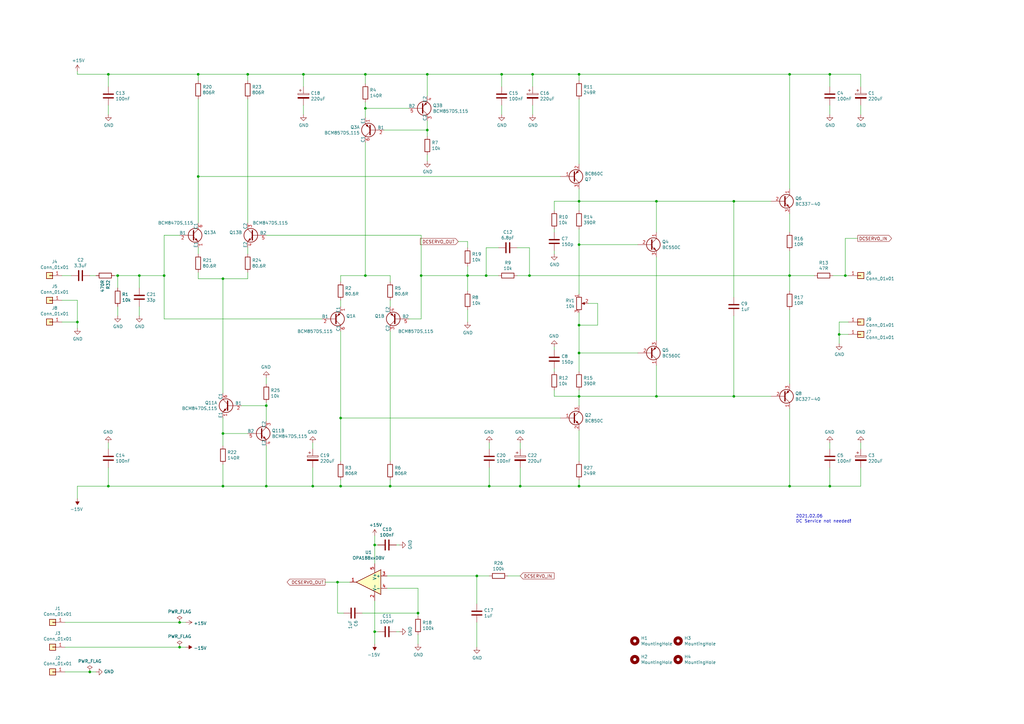
<source format=kicad_sch>
(kicad_sch (version 20211123) (generator eeschema)
  (paper "A3")
  (title_block (title "Discrete Pre-Amp Elektor") (date "2022-10-20") (rev "V2c DC Servo"))
  (lib_symbols
    (symbol "Amplifier_Operational:OPA188xxDBV" (pin_names (offset 0.127))
      (property "Reference" "U" (at 0 5.08 0))
      (property "Value" "OPA188xxDBV" (at 0 -5.08 0))
      (symbol "OPA188xxDBV_0_1"
        (pin power_in line (at -2.54 -7.62 90) (length 3.81) (name "V-") (number "2"))
        (pin power_in line (at -2.54 7.62 270) (length 3.81) (name "V+") (number "5"))
      )
      (symbol "OPA188xxDBV_1_1"
        (pin output line (at 7.62 0 180) (length 2.54) (name "~") (number "1"))
        (pin input line (at -7.62 2.54 0) (length 2.54) (name "+") (number "3"))
        (pin input line (at -7.62 -2.54 0) (length 2.54) (name "-") (number "4"))
      )
    )
    (symbol "Connector_Generic:Conn_01x01" (pin_names (offset 1.016) hide)
      (property "Reference" "J" (at 0 2.54 0))
      (property "Value" "Conn_01x01" (at 0 -2.54 0))
      (symbol "Conn_01x01_1_1"
        (pin passive line (at -5.08 0 0) (length 3.81) (name "Pin_1") (number "1"))
      )
    )
    (symbol "Device:C" (pin_numbers hide) (pin_names (offset 0.254))
      (property "Reference" "C" (at 0.635 2.54 0))
      (property "Value" "C" (at 0.635 -2.54 0))
      (symbol "C_1_1"
        (pin passive line (at 0 3.81 270) (length 2.794) (name "~") (number "1"))
        (pin passive line (at 0 -3.81 90) (length 2.794) (name "~") (number "2"))
      )
    )
    (symbol "Device:C_Polarized" (pin_numbers hide) (pin_names (offset 0.254))
      (property "Reference" "C" (at 0.635 2.54 0))
      (property "Value" "C_Polarized" (at 0.635 -2.54 0))
      (symbol "C_Polarized_1_1"
        (pin passive line (at 0 3.81 270) (length 2.794) (name "~") (number "1"))
        (pin passive line (at 0 -3.81 90) (length 2.794) (name "~") (number "2"))
      )
    )
    (symbol "Device:R" (pin_numbers hide) (pin_names (offset 0))
      (property "Reference" "R" (at 2.032 0 90))
      (property "Value" "R" (at 0 0 90))
      (symbol "R_1_1"
        (pin passive line (at 0 3.81 270) (length 1.27) (name "~") (number "1"))
        (pin passive line (at 0 -3.81 90) (length 1.27) (name "~") (number "2"))
      )
    )
    (symbol "Mechanical:MountingHole" (pin_names (offset 1.016))
      (property "Reference" "H" (at 0 5.08 0))
      (property "Value" "MountingHole" (at 0 3.175 0))
    )
    (symbol "Transistor_BJT:BC327" (pin_names (offset 0) hide)
      (property "Reference" "Q" (at 5.08 1.905 0))
      (property "Value" "BC327" (at 5.08 0 0))
      (symbol "BC327_1_1"
        (pin passive line (at 2.54 5.08 270) (length 2.54) (name "C") (number "1"))
        (pin input line (at -5.08 0 0) (length 5.715) (name "B") (number "2"))
        (pin passive line (at 2.54 -5.08 90) (length 2.54) (name "E") (number "3"))
      )
    )
    (symbol "Transistor_BJT:BC337" (pin_names (offset 0) hide)
      (property "Reference" "Q" (at 5.08 1.905 0))
      (property "Value" "BC337" (at 5.08 0 0))
      (symbol "BC337_1_1"
        (pin passive line (at 2.54 5.08 270) (length 2.54) (name "C") (number "1"))
        (pin input line (at -5.08 0 0) (length 5.08) (name "B") (number "2"))
        (pin passive line (at 2.54 -5.08 90) (length 2.54) (name "E") (number "3"))
      )
    )
    (symbol "Transistor_BJT:BC550" (pin_names (offset 0) hide)
      (property "Reference" "Q" (at 5.08 1.905 0))
      (property "Value" "BC550" (at 5.08 0 0))
      (symbol "BC550_1_1"
        (pin passive line (at 2.54 5.08 270) (length 2.54) (name "C") (number "1"))
        (pin input line (at -5.08 0 0) (length 5.08) (name "B") (number "2"))
        (pin passive line (at 2.54 -5.08 90) (length 2.54) (name "E") (number "3"))
      )
    )
    (symbol "Transistor_BJT:BC560" (pin_names (offset 0) hide)
      (property "Reference" "Q" (at 5.08 1.905 0))
      (property "Value" "BC560" (at 5.08 0 0))
      (symbol "BC560_1_1"
        (pin passive line (at 2.54 5.08 270) (length 2.54) (name "C") (number "1"))
        (pin input line (at -5.08 0 0) (length 5.715) (name "B") (number "2"))
        (pin passive line (at 2.54 -5.08 90) (length 2.54) (name "E") (number "3"))
      )
    )
    (symbol "Transistor_BJT:BC850" (pin_names (offset 0) hide)
      (property "Reference" "Q" (at 5.08 1.905 0))
      (property "Value" "BC850" (at 5.08 0 0))
      (symbol "BC850_1_1"
        (pin input line (at -5.08 0 0) (length 5.715) (name "B") (number "1"))
        (pin passive line (at 2.54 -5.08 90) (length 2.54) (name "E") (number "2"))
        (pin passive line (at 2.54 5.08 270) (length 2.54) (name "C") (number "3"))
      )
    )
    (symbol "Transistor_BJT:BC860" (pin_names (offset 0) hide)
      (property "Reference" "Q" (at 5.08 1.905 0))
      (property "Value" "BC860" (at 5.08 0 0))
      (symbol "BC860_1_1"
        (pin input line (at -5.08 0 0) (length 5.715) (name "B") (number "1"))
        (pin passive line (at 2.54 -5.08 90) (length 2.54) (name "E") (number "2"))
        (pin passive line (at 2.54 5.08 270) (length 2.54) (name "C") (number "3"))
      )
    )
    (symbol "kicad-snk:BCM847DS,115" (pin_names (offset 0))
      (property "Reference" "Q" (at 5.08 1.27 0))
      (property "Value" "BCM847DS,115" (at 5.08 -1.27 0))
      (symbol "BCM847DS,115_1_1"
        (pin passive line (at 2.54 -5.08 90) (length 2.54) (name "E1") (number "1"))
        (pin input line (at -5.08 0 0) (length 2.54) (name "B1") (number "2"))
        (pin passive line (at 2.54 5.08 270) (length 2.54) (name "C1") (number "6"))
      )
      (symbol "BCM847DS,115_2_1"
        (pin passive line (at 2.54 5.08 270) (length 2.54) (name "C2") (number "3"))
        (pin passive line (at 2.54 -5.08 90) (length 2.54) (name "E2") (number "4"))
        (pin input line (at -5.08 0 0) (length 2.54) (name "B2") (number "5"))
      )
    )
    (symbol "kicad-snk:BCM857DS,115" (pin_names (offset 0))
      (property "Reference" "Q" (at 5.08 1.27 0))
      (property "Value" "BCM857DS,115" (at 5.08 -1.27 0))
      (symbol "BCM857DS,115_1_1"
        (pin passive line (at 2.54 -5.08 90) (length 2.54) (name "E1") (number "1"))
        (pin input line (at -5.08 0 0) (length 2.54) (name "B1") (number "2"))
        (pin passive line (at 2.54 5.08 270) (length 2.54) (name "C1") (number "6"))
      )
      (symbol "BCM857DS,115_2_1"
        (pin passive line (at 2.54 5.08 270) (length 2.54) (name "C2") (number "3"))
        (pin passive line (at 2.54 -5.08 90) (length 2.54) (name "E2") (number "4"))
        (pin input line (at -5.08 0 0) (length 2.54) (name "B2") (number "5"))
      )
    )
    (symbol "power:+15V" (power) (pin_names (offset 0))
      (property "Value" "+15V" (at 0 3.556 0))
      (symbol "+15V_1_1"
        (pin power_in line (at 0 0 90) (length 0) hide (name "+15V") (number "1"))
      )
    )
    (symbol "power:-15V" (power) (pin_names (offset 0))
      (property "Value" "-15V" (at 0 3.81 0))
      (symbol "-15V_0_0"
        (pin power_in line (at 0 0 90) (length 0) hide (name "-15V") (number "1"))
      )
    )
    (symbol "power:GND" (power) (pin_names (offset 0))
      (property "Value" "GND" (at 0 -3.81 0))
      (symbol "GND_1_1"
        (pin power_in line (at 0 0 270) (length 0) hide (name "GND") (number "1"))
      )
    )
    (symbol "power:PWR_FLAG" (power) (pin_numbers hide) (pin_names (offset 0) hide)
      (property "Value" "PWR_FLAG" (at 0 3.81 0))
      (symbol "PWR_FLAG_0_0"
        (pin power_out line (at 0 0 90) (length 0) (name "pwr") (number "1"))
      )
    )
    (symbol "pre-amp-discret-rescue:R_POT-Device" (pin_names (offset 1.016) hide)
      (property "Reference" "RV" (at -4.445 0 90))
      (property "Value" "R_POT-Device" (at -2.54 0 90))
      (symbol "R_POT-Device_1_1"
        (pin passive line (at 0 3.81 270) (length 1.27) (name "1") (number "1"))
        (pin passive line (at 3.81 0 180) (length 1.27) (name "2") (number "2"))
        (pin passive line (at 0 -3.81 90) (length 1.27) (name "3") (number "3"))
      )
    )
  )
  (junction (at 149.86 113.03))
  (junction (at 139.7 199.39))
  (junction (at 237.49 162.56))
  (junction (at 237.49 100.33))
  (junction (at 237.49 30.48))
  (junction (at 149.86 30.48))
  (junction (at 67.31 113.03))
  (junction (at 160.02 199.39))
  (junction (at 237.49 82.55))
  (junction (at 300.99 82.55))
  (junction (at 175.26 30.48))
  (junction (at 237.49 133.35))
  (junction (at 124.46 30.48))
  (junction (at 340.36 199.39))
  (junction (at 195.58 236.22))
  (junction (at 171.45 251.46))
  (junction (at 139.7 171.45))
  (junction (at 346.71 113.03))
  (junction (at 91.44 114.3))
  (junction (at 138.43 238.76))
  (junction (at 172.72 113.03))
  (junction (at 36.83 275.59))
  (junction (at 153.67 223.52))
  (junction (at 237.49 144.78))
  (junction (at 205.74 30.48))
  (junction (at 323.85 113.03))
  (junction (at 44.45 30.48))
  (junction (at 81.28 30.48))
  (junction (at 175.26 53.34))
  (junction (at 44.45 199.39))
  (junction (at 73.66 255.27))
  (junction (at 109.22 166.37))
  (junction (at 57.15 113.03))
  (junction (at 269.24 162.56))
  (junction (at 323.85 30.48))
  (junction (at 109.22 199.39))
  (junction (at 31.75 132.08))
  (junction (at 218.44 30.48))
  (junction (at 213.36 199.39))
  (junction (at 73.66 265.43))
  (junction (at 91.44 199.39))
  (junction (at 81.28 72.39))
  (junction (at 191.77 113.03))
  (junction (at 200.66 199.39))
  (junction (at 48.26 113.03))
  (junction (at 269.24 82.55))
  (junction (at 340.36 30.48))
  (junction (at 237.49 199.39))
  (junction (at 149.86 44.45))
  (junction (at 91.44 177.8))
  (junction (at 199.39 113.03))
  (junction (at 128.27 199.39))
  (junction (at 101.6 30.48))
  (junction (at 344.17 137.16))
  (junction (at 300.99 162.56))
  (junction (at 217.17 113.03))
  (junction (at 323.85 199.39))
  (junction (at 153.67 259.08))
  (wire (pts (xy 26.67 265.43) (xy 73.66 265.43)))
  (wire (pts (xy 73.66 255.27) (xy 76.2 255.27)))
  (wire (pts (xy 347.98 132.08) (xy 344.17 132.08)))
  (wire (pts (xy 91.44 114.3) (xy 81.28 114.3)))
  (wire (pts (xy 237.49 100.33) (xy 237.49 93.98)))
  (wire (pts (xy 200.66 184.15) (xy 200.66 181.61)))
  (wire (pts (xy 163.83 223.52) (xy 162.56 223.52)))
  (wire (pts (xy 227.33 95.25) (xy 227.33 93.98)))
  (wire (pts (xy 227.33 162.56) (xy 227.33 160.02)))
  (wire (pts (xy 158.75 236.22) (xy 195.58 236.22)))
  (wire (pts (xy 109.22 182.88) (xy 109.22 199.39)))
  (wire (pts (xy 323.85 119.38) (xy 323.85 113.03)))
  (wire (pts (xy 212.09 101.6) (xy 217.17 101.6)))
  (wire (pts (xy 353.06 43.18) (xy 353.06 46.99)))
  (wire (pts (xy 353.06 30.48) (xy 340.36 30.48)))
  (wire (pts (xy 237.49 199.39) (xy 237.49 196.85)))
  (wire (pts (xy 67.31 96.52) (xy 67.31 113.03)))
  (wire (pts (xy 227.33 143.51) (xy 227.33 142.24)))
  (wire (pts (xy 227.33 152.4) (xy 227.33 151.13)))
  (wire (pts (xy 205.74 30.48) (xy 218.44 30.48)))
  (wire (pts (xy 261.62 100.33) (xy 237.49 100.33)))
  (wire (pts (xy 237.49 176.53) (xy 237.49 189.23)))
  (wire (pts (xy 149.86 113.03) (xy 160.02 113.03)))
  (wire (pts (xy 205.74 30.48) (xy 205.74 35.56)))
  (wire (pts (xy 213.36 191.77) (xy 213.36 199.39)))
  (wire (pts (xy 172.72 96.52) (xy 172.72 113.03)))
  (wire (pts (xy 138.43 251.46) (xy 138.43 238.76)))
  (wire (pts (xy 153.67 219.71) (xy 153.67 223.52)))
  (wire (pts (xy 237.49 162.56) (xy 237.49 160.02)))
  (wire (pts (xy 153.67 246.38) (xy 153.67 259.08)))
  (wire (pts (xy 269.24 82.55) (xy 237.49 82.55)))
  (wire (pts (xy 344.17 132.08) (xy 344.17 137.16)))
  (wire (pts (xy 347.98 137.16) (xy 344.17 137.16)))
  (wire (pts (xy 31.75 199.39) (xy 44.45 199.39)))
  (wire (pts (xy 227.33 82.55) (xy 237.49 82.55)))
  (wire (pts (xy 340.36 35.56) (xy 340.36 30.48)))
  (wire (pts (xy 237.49 86.36) (xy 237.49 82.55)))
  (wire (pts (xy 237.49 33.02) (xy 237.49 30.48)))
  (wire (pts (xy 25.4 132.08) (xy 31.75 132.08)))
  (wire (pts (xy 160.02 125.73) (xy 160.02 123.19)))
  (wire (pts (xy 148.59 251.46) (xy 171.45 251.46)))
  (wire (pts (xy 26.67 255.27) (xy 73.66 255.27)))
  (wire (pts (xy 160.02 135.89) (xy 160.02 189.23)))
  (wire (pts (xy 109.22 96.52) (xy 172.72 96.52)))
  (wire (pts (xy 199.39 113.03) (xy 191.77 113.03)))
  (wire (pts (xy 175.26 66.04) (xy 175.26 63.5)))
  (wire (pts (xy 101.6 40.64) (xy 101.6 91.44)))
  (wire (pts (xy 44.45 35.56) (xy 44.45 30.48)))
  (wire (pts (xy 57.15 113.03) (xy 67.31 113.03)))
  (wire (pts (xy 149.86 34.29) (xy 149.86 30.48)))
  (wire (pts (xy 160.02 199.39) (xy 200.66 199.39)))
  (wire (pts (xy 205.74 46.99) (xy 205.74 43.18)))
  (wire (pts (xy 44.45 184.15) (xy 44.45 181.61)))
  (wire (pts (xy 175.26 30.48) (xy 205.74 30.48)))
  (wire (pts (xy 157.48 53.34) (xy 175.26 53.34)))
  (wire (pts (xy 109.22 165.1) (xy 109.22 166.37)))
  (wire (pts (xy 139.7 135.89) (xy 139.7 171.45)))
  (wire (pts (xy 128.27 184.15) (xy 128.27 181.61)))
  (wire (pts (xy 153.67 259.08) (xy 153.67 264.16)))
  (wire (pts (xy 57.15 129.54) (xy 57.15 125.73)))
  (wire (pts (xy 101.6 30.48) (xy 101.6 33.02)))
  (wire (pts (xy 48.26 118.11) (xy 48.26 113.03)))
  (wire (pts (xy 323.85 87.63) (xy 323.85 95.25)))
  (wire (pts (xy 109.22 166.37) (xy 109.22 172.72)))
  (wire (pts (xy 48.26 113.03) (xy 57.15 113.03)))
  (wire (pts (xy 31.75 30.48) (xy 31.75 29.21)))
  (wire (pts (xy 149.86 48.26) (xy 149.86 44.45)))
  (wire (pts (xy 26.67 275.59) (xy 36.83 275.59)))
  (wire (pts (xy 340.36 199.39) (xy 340.36 191.77)))
  (wire (pts (xy 200.66 191.77) (xy 200.66 199.39)))
  (wire (pts (xy 67.31 113.03) (xy 67.31 130.81)))
  (wire (pts (xy 323.85 167.64) (xy 323.85 199.39)))
  (wire (pts (xy 245.11 133.35) (xy 237.49 133.35)))
  (wire (pts (xy 213.36 199.39) (xy 237.49 199.39)))
  (wire (pts (xy 300.99 162.56) (xy 269.24 162.56)))
  (wire (pts (xy 109.22 157.48) (xy 109.22 154.94)))
  (wire (pts (xy 139.7 125.73) (xy 139.7 123.19)))
  (wire (pts (xy 73.66 265.43) (xy 76.2 265.43)))
  (wire (pts (xy 44.45 199.39) (xy 44.45 191.77)))
  (wire (pts (xy 346.71 113.03) (xy 347.98 113.03)))
  (wire (pts (xy 139.7 113.03) (xy 149.86 113.03)))
  (wire (pts (xy 237.49 199.39) (xy 323.85 199.39)))
  (wire (pts (xy 323.85 199.39) (xy 340.36 199.39)))
  (wire (pts (xy 300.99 129.54) (xy 300.99 162.56)))
  (wire (pts (xy 31.75 132.08) (xy 31.75 134.62)))
  (wire (pts (xy 172.72 113.03) (xy 191.77 113.03)))
  (wire (pts (xy 340.36 184.15) (xy 340.36 181.61)))
  (wire (pts (xy 44.45 46.99) (xy 44.45 43.18)))
  (wire (pts (xy 213.36 184.15) (xy 213.36 181.61)))
  (wire (pts (xy 323.85 157.48) (xy 323.85 127)))
  (wire (pts (xy 153.67 223.52) (xy 153.67 231.14)))
  (wire (pts (xy 175.26 53.34) (xy 175.26 49.53)))
  (wire (pts (xy 323.85 30.48) (xy 340.36 30.48)))
  (wire (pts (xy 237.49 133.35) (xy 237.49 144.78)))
  (wire (pts (xy 175.26 39.37) (xy 175.26 30.48)))
  (wire (pts (xy 237.49 30.48) (xy 323.85 30.48)))
  (wire (pts (xy 128.27 199.39) (xy 128.27 191.77)))
  (wire (pts (xy 101.6 114.3) (xy 91.44 114.3)))
  (wire (pts (xy 217.17 113.03) (xy 323.85 113.03)))
  (wire (pts (xy 167.64 130.81) (xy 172.72 130.81)))
  (wire (pts (xy 237.49 162.56) (xy 227.33 162.56)))
  (wire (pts (xy 31.75 204.47) (xy 31.75 199.39)))
  (wire (pts (xy 139.7 171.45) (xy 139.7 189.23)))
  (wire (pts (xy 81.28 114.3) (xy 81.28 111.76)))
  (wire (pts (xy 101.6 177.8) (xy 91.44 177.8)))
  (wire (pts (xy 36.83 113.03) (xy 39.37 113.03)))
  (wire (pts (xy 154.94 259.08) (xy 153.67 259.08)))
  (wire (pts (xy 81.28 104.14) (xy 81.28 101.6)))
  (wire (pts (xy 31.75 30.48) (xy 44.45 30.48)))
  (wire (pts (xy 31.75 123.19) (xy 31.75 132.08)))
  (wire (pts (xy 160.02 115.57) (xy 160.02 113.03)))
  (wire (pts (xy 101.6 104.14) (xy 101.6 101.6)))
  (wire (pts (xy 172.72 113.03) (xy 172.72 130.81)))
  (wire (pts (xy 140.97 251.46) (xy 138.43 251.46)))
  (wire (pts (xy 191.77 101.6) (xy 191.77 99.06)))
  (wire (pts (xy 81.28 40.64) (xy 81.28 72.39)))
  (wire (pts (xy 212.09 113.03) (xy 217.17 113.03)))
  (wire (pts (xy 99.06 166.37) (xy 109.22 166.37)))
  (wire (pts (xy 300.99 121.92) (xy 300.99 82.55)))
  (wire (pts (xy 229.87 171.45) (xy 139.7 171.45)))
  (wire (pts (xy 91.44 177.8) (xy 91.44 171.45)))
  (wire (pts (xy 323.85 113.03) (xy 334.01 113.03)))
  (wire (pts (xy 269.24 149.86) (xy 269.24 162.56)))
  (wire (pts (xy 44.45 199.39) (xy 91.44 199.39)))
  (wire (pts (xy 353.06 184.15) (xy 353.06 181.61)))
  (wire (pts (xy 323.85 30.48) (xy 323.85 77.47)))
  (wire (pts (xy 346.71 97.79) (xy 346.71 113.03)))
  (wire (pts (xy 109.22 199.39) (xy 128.27 199.39)))
  (wire (pts (xy 139.7 115.57) (xy 139.7 113.03)))
  (wire (pts (xy 245.11 124.46) (xy 245.11 133.35)))
  (wire (pts (xy 199.39 101.6) (xy 199.39 113.03)))
  (wire (pts (xy 36.83 275.59) (xy 39.37 275.59)))
  (wire (pts (xy 128.27 199.39) (xy 139.7 199.39)))
  (wire (pts (xy 353.06 199.39) (xy 353.06 191.77)))
  (wire (pts (xy 25.4 113.03) (xy 29.21 113.03)))
  (wire (pts (xy 149.86 30.48) (xy 175.26 30.48)))
  (wire (pts (xy 171.45 260.35) (xy 171.45 264.16)))
  (wire (pts (xy 149.86 58.42) (xy 149.86 113.03)))
  (wire (pts (xy 241.3 124.46) (xy 245.11 124.46)))
  (wire (pts (xy 124.46 35.56) (xy 124.46 30.48)))
  (wire (pts (xy 195.58 236.22) (xy 200.66 236.22)))
  (wire (pts (xy 139.7 199.39) (xy 160.02 199.39)))
  (wire (pts (xy 171.45 241.3) (xy 158.75 241.3)))
  (wire (pts (xy 353.06 199.39) (xy 340.36 199.39)))
  (wire (pts (xy 57.15 118.11) (xy 57.15 113.03)))
  (wire (pts (xy 25.4 123.19) (xy 31.75 123.19)))
  (wire (pts (xy 208.28 236.22) (xy 213.36 236.22)))
  (wire (pts (xy 217.17 101.6) (xy 217.17 113.03)))
  (wire (pts (xy 48.26 129.54) (xy 48.26 125.73)))
  (wire (pts (xy 133.35 238.76) (xy 138.43 238.76)))
  (wire (pts (xy 139.7 199.39) (xy 139.7 196.85)))
  (wire (pts (xy 81.28 30.48) (xy 101.6 30.48)))
  (wire (pts (xy 167.64 44.45) (xy 149.86 44.45)))
  (wire (pts (xy 149.86 44.45) (xy 149.86 41.91)))
  (wire (pts (xy 218.44 30.48) (xy 237.49 30.48)))
  (wire (pts (xy 191.77 127) (xy 191.77 132.08)))
  (wire (pts (xy 81.28 30.48) (xy 81.28 33.02)))
  (wire (pts (xy 227.33 86.36) (xy 227.33 82.55)))
  (wire (pts (xy 175.26 55.88) (xy 175.26 53.34)))
  (wire (pts (xy 191.77 113.03) (xy 191.77 119.38)))
  (wire (pts (xy 124.46 43.18) (xy 124.46 46.99)))
  (wire (pts (xy 67.31 96.52) (xy 73.66 96.52)))
  (wire (pts (xy 46.99 113.03) (xy 48.26 113.03)))
  (wire (pts (xy 163.83 259.08) (xy 162.56 259.08)))
  (wire (pts (xy 218.44 43.18) (xy 218.44 46.99)))
  (wire (pts (xy 204.47 101.6) (xy 199.39 101.6)))
  (wire (pts (xy 171.45 252.73) (xy 171.45 251.46)))
  (wire (pts (xy 269.24 162.56) (xy 237.49 162.56)))
  (wire (pts (xy 237.49 144.78) (xy 237.49 152.4)))
  (wire (pts (xy 195.58 247.65) (xy 195.58 236.22)))
  (wire (pts (xy 344.17 140.97) (xy 344.17 137.16)))
  (wire (pts (xy 199.39 113.03) (xy 204.47 113.03)))
  (wire (pts (xy 237.49 120.65) (xy 237.49 100.33)))
  (wire (pts (xy 353.06 35.56) (xy 353.06 30.48)))
  (wire (pts (xy 269.24 105.41) (xy 269.24 139.7)))
  (wire (pts (xy 341.63 113.03) (xy 346.71 113.03)))
  (wire (pts (xy 237.49 82.55) (xy 237.49 77.47)))
  (wire (pts (xy 200.66 199.39) (xy 213.36 199.39)))
  (wire (pts (xy 171.45 251.46) (xy 171.45 241.3)))
  (wire (pts (xy 138.43 238.76) (xy 143.51 238.76)))
  (wire (pts (xy 124.46 30.48) (xy 101.6 30.48)))
  (wire (pts (xy 191.77 99.06) (xy 187.96 99.06)))
  (wire (pts (xy 195.58 265.43) (xy 195.58 255.27)))
  (wire (pts (xy 323.85 113.03) (xy 323.85 102.87)))
  (wire (pts (xy 160.02 199.39) (xy 160.02 196.85)))
  (wire (pts (xy 81.28 72.39) (xy 81.28 91.44)))
  (wire (pts (xy 101.6 114.3) (xy 101.6 111.76)))
  (wire (pts (xy 227.33 104.14) (xy 227.33 102.87)))
  (wire (pts (xy 351.79 97.79) (xy 346.71 97.79)))
  (wire (pts (xy 67.31 130.81) (xy 132.08 130.81)))
  (wire (pts (xy 269.24 95.25) (xy 269.24 82.55)))
  (wire (pts (xy 91.44 199.39) (xy 109.22 199.39)))
  (wire (pts (xy 300.99 82.55) (xy 269.24 82.55)))
  (wire (pts (xy 154.94 223.52) (xy 153.67 223.52)))
  (wire (pts (xy 237.49 40.64) (xy 237.49 67.31)))
  (wire (pts (xy 44.45 30.48) (xy 81.28 30.48)))
  (wire (pts (xy 91.44 161.29) (xy 91.44 114.3)))
  (wire (pts (xy 237.49 166.37) (xy 237.49 162.56)))
  (wire (pts (xy 316.23 162.56) (xy 300.99 162.56)))
  (wire (pts (xy 229.87 72.39) (xy 81.28 72.39)))
  (wire (pts (xy 91.44 190.5) (xy 91.44 199.39)))
  (wire (pts (xy 191.77 109.22) (xy 191.77 113.03)))
  (wire (pts (xy 237.49 128.27) (xy 237.49 133.35)))
  (wire (pts (xy 261.62 144.78) (xy 237.49 144.78)))
  (wire (pts (xy 340.36 46.99) (xy 340.36 43.18)))
  (wire (pts (xy 91.44 182.88) (xy 91.44 177.8)))
  (wire (pts (xy 124.46 30.48) (xy 149.86 30.48)))
  (wire (pts (xy 218.44 30.48) (xy 218.44 35.56)))
  (wire (pts (xy 316.23 82.55) (xy 300.99 82.55)))
  (text "2021.02.06\nDC Service not needed!" (at 326.39 214.63 0) (effects (font (size 1.27 1.27)) (justify left bottom)))
  (global_label "DCSERVO_OUT" (shape output) (at 133.35 238.76 180) (property "Intersheet References" "${INTERSHEET_REFS}" (effects hide)))
  (global_label "DCSERVO_OUT" (shape input) (at 187.96 99.06 180) (property "Intersheet References" "${INTERSHEET_REFS}" (effects hide)))
  (global_label "DCSERVO_IN" (shape output) (at 351.79 97.79 0) (property "Intersheet References" "${INTERSHEET_REFS}" (effects hide)))
  (global_label "DCSERVO_IN" (shape input) (at 213.36 236.22 0) (property "Intersheet References" "${INTERSHEET_REFS}" (effects hide)))
  (symbol (lib_id "Device:R") (at 160.02 193.04 0) (unit 1)
    (property "Reference" "R6" (at 161.798 191.8716 0) (effects (justify left)))
    (property "Value" "806R" (at 161.798 194.183 0) (effects (justify left)))
    (property "Footprint" "Resistor_SMD:R_0805_2012Metric_Pad1.20x1.40mm_HandSolder" (effects hide))
  )
  (symbol (lib_id "Device:C") (at 33.02 113.03 270) (unit 1)
    (property "Reference" "C2" (at 33.02 106.6292 90))
    (property "Value" "3.3uF" (at 33.02 108.9406 90))
    (property "Footprint" "Capacitor_THT:C_Rect_L7.2mm_W7.2mm_P5.00mm_FKS2_FKP2_MKS2_MKP2" (effects hide))
  )
  (symbol (lib_id "power:GND") (at 48.26 129.54 0) (unit 1)
    (property "Reference" "#PWR09" (effects hide))
    (property "Value" "GND" (at 48.387 133.9342 0))
  )
  (symbol (lib_id "Device:R") (at 139.7 193.04 0) (unit 1)
    (property "Reference" "R3" (at 141.478 191.8716 0) (effects (justify left)))
    (property "Value" "806R" (at 141.478 194.183 0) (effects (justify left)))
    (property "Footprint" "Resistor_SMD:R_0805_2012Metric_Pad1.20x1.40mm_HandSolder" (effects hide))
  )
  (symbol (lib_id "Device:R") (at 48.26 121.92 0) (unit 1)
    (property "Reference" "R1" (at 50.038 120.7516 0) (effects (justify left)))
    (property "Value" "10k" (at 50.038 123.063 0) (effects (justify left)))
    (property "Footprint" "Resistor_SMD:R_0805_2012Metric_Pad1.20x1.40mm_HandSolder" (effects hide))
  )
  (symbol (lib_id "Device:R") (at 191.77 123.19 0) (unit 1)
    (property "Reference" "R8" (at 193.548 122.0216 0) (effects (justify left)))
    (property "Value" "10k" (at 193.548 124.333 0) (effects (justify left)))
    (property "Footprint" "Resistor_SMD:R_0805_2012Metric_Pad1.20x1.40mm_HandSolder" (effects hide))
  )
  (symbol (lib_id "Device:R") (at 208.28 113.03 270) (unit 1)
    (property "Reference" "R9" (at 208.28 107.7722 90))
    (property "Value" "10k" (at 208.28 110.0836 90))
    (property "Footprint" "Resistor_SMD:R_0805_2012Metric_Pad1.20x1.40mm_HandSolder" (effects hide))
  )
  (symbol (lib_id "Device:R") (at 139.7 119.38 0) (unit 1)
    (property "Reference" "R2" (at 141.478 118.2116 0) (effects (justify left)))
    (property "Value" "80.6R" (at 141.478 120.523 0) (effects (justify left)))
    (property "Footprint" "Resistor_SMD:R_0805_2012Metric_Pad1.20x1.40mm_HandSolder" (effects hide))
  )
  (symbol (lib_id "Device:R") (at 160.02 119.38 0) (unit 1)
    (property "Reference" "R5" (at 161.798 118.2116 0) (effects (justify left)))
    (property "Value" "80.6R" (at 161.798 120.523 0) (effects (justify left)))
    (property "Footprint" "Resistor_SMD:R_0805_2012Metric_Pad1.20x1.40mm_HandSolder" (effects hide))
  )
  (symbol (lib_id "Device:R") (at 149.86 38.1 0) (unit 1)
    (property "Reference" "R4" (at 151.638 36.9316 0) (effects (justify left)))
    (property "Value" "140R" (at 151.638 39.243 0) (effects (justify left)))
    (property "Footprint" "Resistor_SMD:R_0805_2012Metric_Pad1.20x1.40mm_HandSolder" (effects hide))
  )
  (symbol (lib_id "Device:R") (at 175.26 59.69 0) (unit 1)
    (property "Reference" "R7" (at 177.038 58.5216 0) (effects (justify left)))
    (property "Value" "10k" (at 177.038 60.833 0) (effects (justify left)))
    (property "Footprint" "Resistor_SMD:R_0805_2012Metric_Pad1.20x1.40mm_HandSolder" (effects hide))
  )
  (symbol (lib_id "Transistor_BJT:BC860") (at 234.95 72.39 0) (mirror x) (unit 1)
    (property "Reference" "Q7" (at 239.8014 73.5584 0) (effects (justify left)))
    (property "Value" "BC860C" (at 239.8014 71.247 0) (effects (justify left)))
    (property "Footprint" "Package_TO_SOT_SMD:SOT-23" (effects hide))
    (property "Datasheet" "http://www.infineon.com/dgdl/Infineon-BC857SERIES_BC858SERIES_BC859SERIES_BC860SERIES-DS-v01_01-en.pdf?fileId=db3a304314dca389011541da0e3a1661" (effects hide))
  )
  (symbol (lib_id "Device:R") (at 237.49 36.83 0) (unit 1)
    (property "Reference" "R11" (at 239.268 35.6616 0) (effects (justify left)))
    (property "Value" "249R" (at 239.268 37.973 0) (effects (justify left)))
    (property "Footprint" "Resistor_SMD:R_0805_2012Metric_Pad1.20x1.40mm_HandSolder" (effects hide))
  )
  (symbol (lib_id "power:GND") (at 191.77 132.08 0) (unit 1)
    (property "Reference" "#PWR013" (effects hide))
    (property "Value" "GND" (at 191.897 136.4742 0))
  )
  (symbol (lib_id "power:GND") (at 31.75 134.62 0) (unit 1)
    (property "Reference" "#PWR04" (effects hide))
    (property "Value" "GND" (at 31.877 139.0142 0))
  )
  (symbol (lib_id "Mechanical:MountingHole") (at 260.35 262.89 0) (unit 1)
    (property "Reference" "H1" (at 262.89 261.7216 0) (effects (justify left)))
    (property "Value" "MountingHole" (at 262.89 264.033 0) (effects (justify left)))
    (property "Footprint" "MountingHole:MountingHole_3.2mm_M3" (effects hide))
  )
  (symbol (lib_id "Mechanical:MountingHole") (at 278.13 262.89 0) (unit 1)
    (property "Reference" "H3" (at 280.67 261.7216 0) (effects (justify left)))
    (property "Value" "MountingHole" (at 280.67 264.033 0) (effects (justify left)))
    (property "Footprint" "MountingHole:MountingHole_3.2mm_M3" (effects hide))
  )
  (symbol (lib_id "Mechanical:MountingHole") (at 260.35 270.51 0) (unit 1)
    (property "Reference" "H2" (at 262.89 269.3416 0) (effects (justify left)))
    (property "Value" "MountingHole" (at 262.89 271.653 0) (effects (justify left)))
    (property "Footprint" "MountingHole:MountingHole_3.2mm_M3" (effects hide))
  )
  (symbol (lib_id "Mechanical:MountingHole") (at 278.13 270.51 0) (unit 1)
    (property "Reference" "H4" (at 280.67 269.3416 0) (effects (justify left)))
    (property "Value" "MountingHole" (at 280.67 271.653 0) (effects (justify left)))
    (property "Footprint" "MountingHole:MountingHole_3.2mm_M3" (effects hide))
  )
  (symbol (lib_id "Connector_Generic:Conn_01x01") (at 20.32 113.03 180) (unit 1)
    (property "Reference" "J4" (at 22.4028 107.315 0))
    (property "Value" "Conn_01x01" (at 22.4028 109.6264 0))
    (property "Footprint" "Connector_Pin:Pin_D1.0mm_L10.0mm" (effects hide))
  )
  (symbol (lib_id "Connector_Generic:Conn_01x01") (at 20.32 123.19 180) (unit 1)
    (property "Reference" "J5" (at 22.4028 117.475 0))
    (property "Value" "Conn_01x01" (at 22.4028 119.7864 0))
    (property "Footprint" "Connector_Pin:Pin_D1.0mm_L10.0mm" (effects hide))
  )
  (symbol (lib_id "power:GND") (at 175.26 66.04 0) (unit 1)
    (property "Reference" "#PWR012" (effects hide))
    (property "Value" "GND" (at 175.387 70.4342 0))
  )
  (symbol (lib_id "power:+15V") (at 31.75 29.21 0) (unit 1)
    (property "Reference" "#PWR05" (effects hide))
    (property "Value" "+15V" (at 32.131 24.8158 0))
  )
  (symbol (lib_id "power:-15V") (at 31.75 204.47 180) (unit 1)
    (property "Reference" "#PWR08" (effects hide))
    (property "Value" "-15V" (at 31.369 208.8642 0))
  )
  (symbol (lib_id "Connector_Generic:Conn_01x01") (at 353.06 113.03 0) (unit 1)
    (property "Reference" "J6" (at 355.092 111.9632 0) (effects (justify left)))
    (property "Value" "Conn_01x01" (at 355.092 114.2746 0) (effects (justify left)))
    (property "Footprint" "Connector_Pin:Pin_D1.0mm_L10.0mm" (effects hide))
  )
  (symbol (lib_id "Connector_Generic:Conn_01x01") (at 353.06 137.16 0) (unit 1)
    (property "Reference" "J7" (at 355.092 136.0932 0) (effects (justify left)))
    (property "Value" "Conn_01x01" (at 355.092 138.4046 0) (effects (justify left)))
    (property "Footprint" "Connector_Pin:Pin_D1.0mm_L10.0mm" (effects hide))
  )
  (symbol (lib_id "Connector_Generic:Conn_01x01") (at 21.59 255.27 180) (unit 1)
    (property "Reference" "J1" (at 23.6728 249.555 0))
    (property "Value" "Conn_01x01" (at 23.6728 251.8664 0))
    (property "Footprint" "Connector_Pin:Pin_D1.0mm_L10.0mm" (effects hide))
  )
  (symbol (lib_id "Connector_Generic:Conn_01x01") (at 21.59 275.59 180) (unit 1)
    (property "Reference" "J2" (at 23.6728 269.875 0))
    (property "Value" "Conn_01x01" (at 23.6728 272.1864 0))
    (property "Footprint" "Connector_Pin:Pin_D1.0mm_L10.0mm" (effects hide))
  )
  (symbol (lib_id "Connector_Generic:Conn_01x01") (at 21.59 265.43 180) (unit 1)
    (property "Reference" "J3" (at 23.6728 259.715 0))
    (property "Value" "Conn_01x01" (at 23.6728 262.0264 0))
    (property "Footprint" "Connector_Pin:Pin_D1.0mm_L10.0mm" (effects hide))
  )
  (symbol (lib_id "power:GND") (at 39.37 275.59 90) (unit 1)
    (property "Reference" "#PWR02" (effects hide))
    (property "Value" "GND" (at 42.6212 275.463 90) (effects (justify right)))
  )
  (symbol (lib_id "power:+15V") (at 76.2 255.27 270) (unit 1)
    (property "Reference" "#PWR01" (effects hide))
    (property "Value" "+15V" (at 79.4512 255.651 90) (effects (justify left)))
  )
  (symbol (lib_id "Device:C_Polarized") (at 353.06 187.96 0) (unit 1)
    (property "Reference" "C3" (at 356.0572 186.7916 0) (effects (justify left)))
    (property "Value" "220uF" (at 356.0572 189.103 0) (effects (justify left)))
    (property "Footprint" "Capacitor_THT:CP_Radial_D8.0mm_P3.50mm" (effects hide))
  )
  (symbol (lib_id "Device:C") (at 340.36 187.96 180) (unit 1)
    (property "Reference" "C5" (at 343.281 186.7916 0) (effects (justify right)))
    (property "Value" "100nF" (at 343.281 189.103 0) (effects (justify right)))
    (property "Footprint" "Capacitor_SMD:C_1210_3225Metric_Pad1.33x2.70mm_HandSolder" (effects hide))
  )
  (symbol (lib_id "power:GND") (at 44.45 181.61 180) (unit 1)
    (property "Reference" "#PWR011" (effects hide))
    (property "Value" "GND" (at 44.323 177.2158 0))
  )
  (symbol (lib_id "Device:R") (at 337.82 113.03 270) (unit 1)
    (property "Reference" "R13" (at 337.82 107.7722 90))
    (property "Value" "47R" (at 337.82 110.0836 90))
    (property "Footprint" "Resistor_SMD:R_0805_2012Metric_Pad1.20x1.40mm_HandSolder" (effects hide))
  )
  (symbol (lib_id "Device:C_Polarized") (at 353.06 39.37 0) (unit 1)
    (property "Reference" "C1" (at 356.0572 38.2016 0) (effects (justify left)))
    (property "Value" "220uF" (at 356.0572 40.513 0) (effects (justify left)))
    (property "Footprint" "Capacitor_THT:CP_Radial_D8.0mm_P3.50mm" (effects hide))
  )
  (symbol (lib_id "Device:C") (at 340.36 39.37 180) (unit 1)
    (property "Reference" "C4" (at 343.281 38.2016 0) (effects (justify right)))
    (property "Value" "100nF" (at 343.281 40.513 0) (effects (justify right)))
    (property "Footprint" "Capacitor_SMD:C_1210_3225Metric_Pad1.33x2.70mm_HandSolder" (effects hide))
  )
  (symbol (lib_id "power:GND") (at 44.45 46.99 0) (unit 1)
    (property "Reference" "#PWR010" (effects hide))
    (property "Value" "GND" (at 44.577 51.3842 0))
  )
  (symbol (lib_id "power:GND") (at 344.17 140.97 0) (unit 1)
    (property "Reference" "#PWR015" (effects hide))
    (property "Value" "GND" (at 344.297 145.3642 0))
  )
  (symbol (lib_id "power:-15V") (at 76.2 265.43 270) (unit 1)
    (property "Reference" "#PWR0101" (effects hide))
    (property "Value" "-15V" (at 79.4512 265.811 90) (effects (justify left)))
  )
  (symbol (lib_id "power:PWR_FLAG") (at 36.83 275.59 0) (unit 1)
    (property "Reference" "#FLG0101" (effects hide))
    (property "Value" "PWR_FLAG" (at 36.83 271.1958 0))
  )
  (symbol (lib_id "power:PWR_FLAG") (at 73.66 265.43 0) (unit 1)
    (property "Reference" "#FLG0103" (effects hide))
    (property "Value" "PWR_FLAG" (at 73.66 261.0358 0))
  )
  (symbol (lib_id "Device:C") (at 208.28 101.6 270) (unit 1)
    (property "Reference" "C12" (at 208.28 95.1992 90))
    (property "Value" "6.8pF" (at 208.28 97.5106 90))
    (property "Footprint" "Capacitor_SMD:C_0805_2012Metric_Pad1.18x1.45mm_HandSolder" (effects hide))
  )
  (symbol (lib_id "Device:C") (at 44.45 39.37 180) (unit 1)
    (property "Reference" "C13" (at 47.371 38.2016 0) (effects (justify right)))
    (property "Value" "100nF" (at 47.371 40.513 0) (effects (justify right)))
    (property "Footprint" "Capacitor_SMD:C_1210_3225Metric_Pad1.33x2.70mm_HandSolder" (effects hide))
  )
  (symbol (lib_id "Device:C") (at 44.45 187.96 180) (unit 1)
    (property "Reference" "C14" (at 47.371 186.7916 0) (effects (justify right)))
    (property "Value" "100nF" (at 47.371 189.103 0) (effects (justify right)))
    (property "Footprint" "Capacitor_SMD:C_1210_3225Metric_Pad1.33x2.70mm_HandSolder" (effects hide))
  )
  (symbol (lib_id "power:GND") (at 340.36 181.61 180) (unit 1)
    (property "Reference" "#PWR018" (effects hide))
    (property "Value" "GND" (at 340.233 177.2158 0))
  )
  (symbol (lib_id "power:GND") (at 340.36 46.99 0) (unit 1)
    (property "Reference" "#PWR017" (effects hide))
    (property "Value" "GND" (at 340.487 51.3842 0))
  )
  (symbol (lib_id "power:GND") (at 353.06 46.99 0) (unit 1)
    (property "Reference" "#PWR019" (effects hide))
    (property "Value" "GND" (at 353.187 51.3842 0))
  )
  (symbol (lib_id "power:GND") (at 353.06 181.61 180) (unit 1)
    (property "Reference" "#PWR020" (effects hide))
    (property "Value" "GND" (at 352.933 177.2158 0))
  )
  (symbol (lib_id "kicad-snk:BCM847DS,115") (at 78.74 96.52 0) (unit 1)
    (property "Reference" "Q13" (at 83.566 95.3516 0) (effects (justify left)))
    (property "Value" "BCM847DS,115" (at 64.77 91.44 0) (effects (justify left)))
    (property "Footprint" "Package_SO:SC-74-6_1.5x2.9mm_P0.95mm" (effects hide))
    (property "Datasheet" "https://www.analog.com/media/en/technical-documentation/obsolete-data-sheets/SSM2210.pdf" (effects hide))
  )
  (symbol (lib_id "kicad-snk:BCM847DS,115") (at 104.14 96.52 0) (mirror y) (unit 2)
    (property "Reference" "Q13" (at 99.2886 95.3516 0) (effects (justify left)))
    (property "Value" "BCM847DS,115" (at 118.11 91.44 0) (effects (justify left)))
    (property "Footprint" "Package_SO:SC-74-6_1.5x2.9mm_P0.95mm" (effects hide))
    (property "Datasheet" "https://www.analog.com/media/en/technical-documentation/obsolete-data-sheets/SSM2210.pdf" (effects hide))
  )
  (symbol (lib_id "kicad-snk:BCM847DS,115") (at 93.98 166.37 0) (mirror y) (unit 1)
    (property "Reference" "Q11" (at 89.1286 165.2016 0) (effects (justify left)))
    (property "Value" "BCM847DS,115" (at 89.1286 167.513 0) (effects (justify left)))
    (property "Footprint" "Package_SO:SC-74-6_1.5x2.9mm_P0.95mm" (effects hide))
    (property "Datasheet" "https://www.analog.com/media/en/technical-documentation/obsolete-data-sheets/SSM2210.pdf" (effects hide))
  )
  (symbol (lib_id "kicad-snk:BCM847DS,115") (at 106.68 177.8 0) (unit 2)
    (property "Reference" "Q11" (at 111.506 176.6316 0) (effects (justify left)))
    (property "Value" "BCM847DS,115" (at 111.506 178.943 0) (effects (justify left)))
    (property "Footprint" "Package_SO:SC-74-6_1.5x2.9mm_P0.95mm" (effects hide))
    (property "Datasheet" "https://www.analog.com/media/en/technical-documentation/obsolete-data-sheets/SSM2210.pdf" (effects hide))
  )
  (symbol (lib_id "power:PWR_FLAG") (at 73.66 255.27 0) (unit 1)
    (property "Reference" "#FLG01" (effects hide))
    (property "Value" "PWR_FLAG" (at 73.66 250.8758 0))
  )
  (symbol (lib_id "kicad-snk:BCM857DS,115") (at 172.72 44.45 0) (mirror x) (unit 2)
    (property "Reference" "Q3" (at 177.546 43.2816 0) (effects (justify left)))
    (property "Value" "BCM857DS,115" (at 177.546 45.593 0) (effects (justify left)))
    (property "Footprint" "Package_SO:SC-74-6_1.5x2.9mm_P0.95mm" (effects hide))
    (property "Datasheet" "https://www.analog.com/media/en/technical-documentation/data-sheets/SSM2220.pdf" (effects hide))
  )
  (symbol (lib_id "kicad-snk:BCM857DS,115") (at 152.4 53.34 180) (unit 1)
    (property "Reference" "Q3" (at 147.5486 52.1716 0) (effects (justify left)))
    (property "Value" "BCM857DS,115" (at 147.5486 54.483 0) (effects (justify left)))
    (property "Footprint" "Package_SO:SC-74-6_1.5x2.9mm_P0.95mm" (effects hide))
    (property "Datasheet" "https://www.analog.com/media/en/technical-documentation/data-sheets/SSM2220.pdf" (effects hide))
  )
  (symbol (lib_id "kicad-snk:BCM857DS,115") (at 137.16 130.81 0) (mirror x) (unit 1)
    (property "Reference" "Q1" (at 141.986 129.6416 0) (effects (justify left)))
    (property "Value" "BCM857DS,115" (at 121.92 135.89 0) (effects (justify left)))
    (property "Footprint" "Package_SO:SC-74-6_1.5x2.9mm_P0.95mm" (effects hide))
    (property "Datasheet" "https://www.analog.com/media/en/technical-documentation/data-sheets/SSM2220.pdf" (effects hide))
  )
  (symbol (lib_id "kicad-snk:BCM857DS,115") (at 162.56 130.81 180) (unit 2)
    (property "Reference" "Q1" (at 157.7086 129.6416 0) (effects (justify left)))
    (property "Value" "BCM857DS,115" (at 177.8 135.89 0) (effects (justify left)))
    (property "Footprint" "Package_SO:SC-74-6_1.5x2.9mm_P0.95mm" (effects hide))
    (property "Datasheet" "https://www.analog.com/media/en/technical-documentation/data-sheets/SSM2220.pdf" (effects hide))
  )
  (symbol (lib_id "Device:R") (at 237.49 193.04 0) (unit 1)
    (property "Reference" "R27" (at 239.268 191.8716 0) (effects (justify left)))
    (property "Value" "249R" (at 239.268 194.183 0) (effects (justify left)))
    (property "Footprint" "Resistor_SMD:R_0805_2012Metric_Pad1.20x1.40mm_HandSolder" (effects hide))
  )
  (symbol (lib_id "Device:C_Polarized") (at 124.46 39.37 0) (unit 1)
    (property "Reference" "C18" (at 127.4572 38.2016 0) (effects (justify left)))
    (property "Value" "220uF" (at 127.4572 40.513 0) (effects (justify left)))
    (property "Footprint" "Capacitor_THT:CP_Radial_D8.0mm_P3.50mm" (effects hide))
  )
  (symbol (lib_id "power:GND") (at 124.46 46.99 0) (unit 1)
    (property "Reference" "#PWR023" (effects hide))
    (property "Value" "GND" (at 124.587 51.3842 0))
  )
  (symbol (lib_id "Device:C_Polarized") (at 128.27 187.96 0) (unit 1)
    (property "Reference" "C19" (at 131.2672 186.7916 0) (effects (justify left)))
    (property "Value" "220uF" (at 131.2672 189.103 0) (effects (justify left)))
    (property "Footprint" "Capacitor_THT:CP_Radial_D8.0mm_P3.50mm" (effects hide))
  )
  (symbol (lib_id "power:GND") (at 128.27 181.61 180) (unit 1)
    (property "Reference" "#PWR024" (effects hide))
    (property "Value" "GND" (at 128.143 177.2158 0))
  )
  (symbol (lib_id "Device:R") (at 101.6 36.83 0) (unit 1)
    (property "Reference" "R23" (at 103.378 35.6616 0) (effects (justify left)))
    (property "Value" "806R" (at 103.378 37.973 0) (effects (justify left)))
    (property "Footprint" "Resistor_SMD:R_0805_2012Metric_Pad1.20x1.40mm_HandSolder" (effects hide))
  )
  (symbol (lib_id "Device:R") (at 81.28 36.83 0) (unit 1)
    (property "Reference" "R20" (at 83.058 35.6616 0) (effects (justify left)))
    (property "Value" "806R" (at 83.058 37.973 0) (effects (justify left)))
    (property "Footprint" "Resistor_SMD:R_0805_2012Metric_Pad1.20x1.40mm_HandSolder" (effects hide))
  )
  (symbol (lib_id "Device:R") (at 81.28 107.95 0) (unit 1)
    (property "Reference" "R21" (at 83.058 106.7816 0) (effects (justify left)))
    (property "Value" "80.6R" (at 83.058 109.093 0) (effects (justify left)))
    (property "Footprint" "Resistor_SMD:R_0805_2012Metric_Pad1.20x1.40mm_HandSolder" (effects hide))
  )
  (symbol (lib_id "Device:R") (at 101.6 107.95 0) (unit 1)
    (property "Reference" "R24" (at 103.378 106.7816 0) (effects (justify left)))
    (property "Value" "80.6R" (at 103.378 109.093 0) (effects (justify left)))
    (property "Footprint" "Resistor_SMD:R_0805_2012Metric_Pad1.20x1.40mm_HandSolder" (effects hide))
  )
  (symbol (lib_id "Device:R") (at 109.22 161.29 0) (unit 1)
    (property "Reference" "R25" (at 110.998 160.1216 0) (effects (justify left)))
    (property "Value" "10k" (at 110.998 162.433 0) (effects (justify left)))
    (property "Footprint" "Resistor_SMD:R_0805_2012Metric_Pad1.20x1.40mm_HandSolder" (effects hide))
  )
  (symbol (lib_id "power:GND") (at 109.22 154.94 180) (unit 1)
    (property "Reference" "#PWR0104" (effects hide))
    (property "Value" "GND" (at 109.093 150.5458 0))
  )
  (symbol (lib_id "Device:R") (at 91.44 186.69 0) (unit 1)
    (property "Reference" "R22" (at 93.218 185.5216 0) (effects (justify left)))
    (property "Value" "140R" (at 93.218 187.833 0) (effects (justify left)))
    (property "Footprint" "Resistor_SMD:R_0805_2012Metric_Pad1.20x1.40mm_HandSolder" (effects hide))
  )
  (symbol (lib_id "Device:C") (at 57.15 121.92 180) (unit 1)
    (property "Reference" "C21" (at 60.071 120.7516 0) (effects (justify right)))
    (property "Value" "33p" (at 60.071 123.063 0) (effects (justify right)))
    (property "Footprint" "Capacitor_SMD:C_0805_2012Metric_Pad1.18x1.45mm_HandSolder" (effects hide))
  )
  (symbol (lib_id "Device:R") (at 43.18 113.03 270) (unit 1)
    (property "Reference" "R32" (at 44.3484 114.808 0) (effects (justify left)))
    (property "Value" "470R" (at 42.037 114.808 0) (effects (justify left)))
    (property "Footprint" "Resistor_SMD:R_0805_2012Metric_Pad1.20x1.40mm_HandSolder" (effects hide))
  )
  (symbol (lib_id "Device:R") (at 237.49 90.17 0) (unit 1)
    (property "Reference" "R14" (at 239.268 89.0016 0) (effects (justify left)))
    (property "Value" "390R" (at 239.268 91.313 0) (effects (justify left)))
    (property "Footprint" "Resistor_SMD:R_0805_2012Metric_Pad1.20x1.40mm_HandSolder" (effects hide))
  )
  (symbol (lib_id "power:GND") (at 57.15 129.54 0) (unit 1)
    (property "Reference" "#PWR031" (effects hide))
    (property "Value" "GND" (at 57.277 133.9342 0))
  )
  (symbol (lib_id "Device:R") (at 237.49 156.21 0) (unit 1)
    (property "Reference" "R15" (at 239.268 155.0416 0) (effects (justify left)))
    (property "Value" "390R" (at 239.268 157.353 0) (effects (justify left)))
    (property "Footprint" "Resistor_SMD:R_0805_2012Metric_Pad1.20x1.40mm_HandSolder" (effects hide))
  )
  (symbol (lib_id "pre-amp-discret-rescue:R_POT-Device") (at 237.49 124.46 0) (unit 1)
    (property "Reference" "RV1" (at 235.712 123.2916 0) (effects (justify right)))
    (property "Value" "10k" (at 235.712 125.603 0) (effects (justify right)))
    (property "Footprint" "Potentiometer_SMD:Potentiometer_Bourns_3214X_Vertical" (effects hide))
  )
  (symbol (lib_id "Device:R") (at 323.85 99.06 0) (unit 1)
    (property "Reference" "R16" (at 325.628 97.8916 0) (effects (justify left)))
    (property "Value" "10R" (at 325.628 100.203 0) (effects (justify left)))
    (property "Footprint" "Resistor_SMD:R_0805_2012Metric_Pad1.20x1.40mm_HandSolder" (effects hide))
  )
  (symbol (lib_id "Device:R") (at 323.85 123.19 0) (unit 1)
    (property "Reference" "R17" (at 325.628 122.0216 0) (effects (justify left)))
    (property "Value" "10R" (at 325.628 124.333 0) (effects (justify left)))
    (property "Footprint" "Resistor_SMD:R_0805_2012Metric_Pad1.20x1.40mm_HandSolder" (effects hide))
  )
  (symbol (lib_id "Device:C") (at 300.99 125.73 180) (unit 1)
    (property "Reference" "C9" (at 303.911 124.5616 0) (effects (justify right)))
    (property "Value" "1uF" (at 303.911 126.873 0) (effects (justify right)))
    (property "Footprint" "Capacitor_THT:C_Rect_L7.2mm_W5.5mm_P5.00mm_FKS2_FKP2_MKS2_MKP2" (effects hide))
  )
  (symbol (lib_id "Device:R") (at 227.33 90.17 0) (unit 1)
    (property "Reference" "R10" (at 229.108 89.0016 0) (effects (justify left)))
    (property "Value" "10k" (at 229.108 91.313 0) (effects (justify left)))
    (property "Footprint" "Resistor_SMD:R_0805_2012Metric_Pad1.20x1.40mm_HandSolder" (effects hide))
  )
  (symbol (lib_id "Device:C") (at 227.33 99.06 180) (unit 1)
    (property "Reference" "C7" (at 230.251 97.8916 0) (effects (justify right)))
    (property "Value" "150p" (at 230.251 100.203 0) (effects (justify right)))
    (property "Footprint" "Capacitor_SMD:C_0805_2012Metric_Pad1.18x1.45mm_HandSolder" (effects hide))
  )
  (symbol (lib_id "power:GND") (at 227.33 104.14 0) (unit 1)
    (property "Reference" "#PWR03" (effects hide))
    (property "Value" "GND" (at 227.457 108.5342 0))
  )
  (symbol (lib_id "power:GND") (at 227.33 142.24 180) (unit 1)
    (property "Reference" "#PWR014" (effects hide))
    (property "Value" "GND" (at 227.203 137.8458 0))
  )
  (symbol (lib_id "Device:R") (at 227.33 156.21 0) (unit 1)
    (property "Reference" "R12" (at 229.108 155.0416 0) (effects (justify left)))
    (property "Value" "10k" (at 229.108 157.353 0) (effects (justify left)))
    (property "Footprint" "Resistor_SMD:R_0805_2012Metric_Pad1.20x1.40mm_HandSolder" (effects hide))
  )
  (symbol (lib_id "Device:C") (at 227.33 147.32 180) (unit 1)
    (property "Reference" "C8" (at 230.251 146.1516 0) (effects (justify right)))
    (property "Value" "150p" (at 230.251 148.463 0) (effects (justify right)))
    (property "Footprint" "Capacitor_SMD:C_0805_2012Metric_Pad1.18x1.45mm_HandSolder" (effects hide))
  )
  (symbol (lib_id "Transistor_BJT:BC560") (at 266.7 144.78 0) (mirror x) (unit 1)
    (property "Reference" "Q5" (at 271.5514 143.6116 0) (effects (justify left)))
    (property "Value" "BC560C" (at 271.5514 145.923 0) (effects (justify left)))
    (property "Footprint" "Package_TO_SOT_THT:TO-92_Inline" (effects hide))
    (property "Datasheet" "https://www.onsemi.com/pub/Collateral/BC556BTA-D.pdf" (effects hide))
  )
  (symbol (lib_id "Transistor_BJT:BC550") (at 266.7 100.33 0) (unit 1)
    (property "Reference" "Q4" (at 271.5514 99.1616 0) (effects (justify left)))
    (property "Value" "BC550C" (at 271.5514 101.473 0) (effects (justify left)))
    (property "Footprint" "Package_TO_SOT_THT:TO-92_Inline" (effects hide))
    (property "Datasheet" "https://www.onsemi.com/pub/Collateral/BC550-D.pdf" (effects hide))
  )
  (symbol (lib_id "Transistor_BJT:BC850") (at 234.95 171.45 0) (unit 1)
    (property "Reference" "Q2" (at 239.8014 170.2816 0) (effects (justify left)))
    (property "Value" "BC850C" (at 239.8014 172.593 0) (effects (justify left)))
    (property "Footprint" "Package_TO_SOT_SMD:SOT-23" (effects hide))
    (property "Datasheet" "http://www.infineon.com/dgdl/Infineon-BC847SERIES_BC848SERIES_BC849SERIES_BC850SERIES-DS-v01_01-en.pdf?fileId=db3a304314dca389011541d4630a1657" (effects hide))
  )
  (symbol (lib_id "Transistor_BJT:BC337") (at 321.31 82.55 0) (unit 1)
    (property "Reference" "Q6" (at 326.136 81.3816 0) (effects (justify left)))
    (property "Value" "BC337-40" (at 326.136 83.693 0) (effects (justify left)))
    (property "Footprint" "Package_TO_SOT_THT:TO-92_Inline" (effects hide))
    (property "Datasheet" "https://diotec.com/tl_files/diotec/files/pdf/datasheets/bc337.pdf" (effects hide))
  )
  (symbol (lib_id "Transistor_BJT:BC327") (at 321.31 162.56 0) (mirror x) (unit 1)
    (property "Reference" "Q8" (at 326.136 161.3916 0) (effects (justify left)))
    (property "Value" "BC327-40" (at 326.136 163.703 0) (effects (justify left)))
    (property "Footprint" "Package_TO_SOT_THT:TO-92_Inline" (effects hide))
    (property "Datasheet" "http://www.onsemi.com/pub_link/Collateral/BC327-D.PDF" (effects hide))
  )
  (symbol (lib_id "Device:R") (at 204.47 236.22 270) (unit 1)
    (property "Reference" "R26" (at 204.47 230.9622 90))
    (property "Value" "100k" (at 204.47 233.2736 90))
    (property "Footprint" "Resistor_SMD:R_0805_2012Metric_Pad1.20x1.40mm_HandSolder" (effects hide))
  )
  (symbol (lib_id "Device:C") (at 195.58 251.46 180) (unit 1)
    (property "Reference" "C17" (at 198.501 250.2916 0) (effects (justify right)))
    (property "Value" "1uF" (at 198.501 252.603 0) (effects (justify right)))
    (property "Footprint" "Capacitor_SMD:C_0805_2012Metric_Pad1.18x1.45mm_HandSolder" (effects hide))
  )
  (symbol (lib_id "Device:R") (at 171.45 256.54 0) (unit 1)
    (property "Reference" "R18" (at 173.228 255.3716 0) (effects (justify left)))
    (property "Value" "100k" (at 173.228 257.683 0) (effects (justify left)))
    (property "Footprint" "Resistor_SMD:R_0805_2012Metric_Pad1.20x1.40mm_HandSolder" (effects hide))
  )
  (symbol (lib_id "Device:C") (at 144.78 251.46 90) (unit 1)
    (property "Reference" "C6" (at 145.9484 254.381 0) (effects (justify right)))
    (property "Value" "1uF" (at 143.637 254.381 0) (effects (justify right)))
    (property "Footprint" "Capacitor_SMD:C_0805_2012Metric_Pad1.18x1.45mm_HandSolder" (effects hide))
  )
  (symbol (lib_id "Device:C") (at 158.75 223.52 270) (unit 1)
    (property "Reference" "C10" (at 158.75 217.1192 90))
    (property "Value" "100nF" (at 158.75 219.4306 90))
    (property "Footprint" "Capacitor_SMD:C_0603_1608Metric_Pad1.08x0.95mm_HandSolder" (effects hide))
  )
  (symbol (lib_id "power:+15V") (at 153.67 219.71 0) (unit 1)
    (property "Reference" "#PWR0102" (effects hide))
    (property "Value" "+15V" (at 154.051 215.3158 0))
  )
  (symbol (lib_id "power:-15V") (at 153.67 264.16 180) (unit 1)
    (property "Reference" "#PWR0103" (effects hide))
    (property "Value" "-15V" (at 153.289 268.5542 0))
  )
  (symbol (lib_id "Device:C") (at 158.75 259.08 270) (unit 1)
    (property "Reference" "C11" (at 158.75 252.6792 90))
    (property "Value" "100nF" (at 158.75 254.9906 90))
    (property "Footprint" "Capacitor_SMD:C_0603_1608Metric_Pad1.08x0.95mm_HandSolder" (effects hide))
  )
  (symbol (lib_id "power:GND") (at 163.83 259.08 90) (unit 1)
    (property "Reference" "#PWR0105" (effects hide))
    (property "Value" "GND" (at 168.2242 258.953 0))
  )
  (symbol (lib_id "power:GND") (at 171.45 264.16 0) (unit 1)
    (property "Reference" "#PWR0106" (effects hide))
    (property "Value" "GND" (at 171.577 268.5542 0))
  )
  (symbol (lib_id "power:GND") (at 195.58 265.43 0) (unit 1)
    (property "Reference" "#PWR0107" (effects hide))
    (property "Value" "GND" (at 195.707 269.8242 0))
  )
  (symbol (lib_id "Amplifier_Operational:OPA188xxDBV") (at 151.13 238.76 0) (mirror y) (unit 1)
    (property "Reference" "U1" (at 151.13 226.5426 0))
    (property "Value" "OPA188xxDBV" (at 151.13 228.854 0))
    (property "Footprint" "Package_TO_SOT_SMD:TSOT-23-5" (effects hide))
    (property "Datasheet" "http://www.ti.com/lit/ds/symlink/opa188.pdf" (effects hide))
  )
  (symbol (lib_id "power:GND") (at 163.83 223.52 90) (unit 1)
    (property "Reference" "#PWR0108" (effects hide))
    (property "Value" "GND" (at 168.2242 223.393 0))
  )
  (symbol (lib_id "Device:R") (at 191.77 105.41 0) (unit 1)
    (property "Reference" "R19" (at 193.548 104.2416 0) (effects (justify left)))
    (property "Value" "10k" (at 193.548 106.553 0) (effects (justify left)))
    (property "Footprint" "Resistor_SMD:R_0805_2012Metric_Pad1.20x1.40mm_HandSolder" (effects hide))
  )
  (symbol (lib_id "power:GND") (at 205.74 46.99 0) (unit 1)
    (property "Reference" "#PWR0109" (effects hide))
    (property "Value" "GND" (at 205.867 51.3842 0))
  )
  (symbol (lib_id "Connector_Generic:Conn_01x01") (at 353.06 132.08 0) (unit 1)
    (property "Reference" "J9" (at 355.092 131.0132 0) (effects (justify left)))
    (property "Value" "Conn_01x01" (at 355.092 133.3246 0) (effects (justify left)))
    (property "Footprint" "Connector_Pin:Pin_D1.0mm_L10.0mm" (effects hide))
  )
  (symbol (lib_id "Device:C") (at 205.74 39.37 180) (unit 1)
    (property "Reference" "C15" (at 208.661 38.2016 0) (effects (justify right)))
    (property "Value" "100nF" (at 208.661 40.513 0) (effects (justify right)))
    (property "Footprint" "Capacitor_SMD:C_1210_3225Metric_Pad1.33x2.70mm_HandSolder" (effects hide))
  )
  (symbol (lib_id "Device:C_Polarized") (at 213.36 187.96 0) (unit 1)
    (property "Reference" "C22" (at 216.3572 186.7916 0) (effects (justify left)))
    (property "Value" "220uF" (at 216.3572 189.103 0) (effects (justify left)))
    (property "Footprint" "Capacitor_THT:CP_Radial_D8.0mm_P3.50mm" (effects hide))
  )
  (symbol (lib_id "Device:C_Polarized") (at 218.44 39.37 0) (unit 1)
    (property "Reference" "C16" (at 221.4372 38.2016 0) (effects (justify left)))
    (property "Value" "220uF" (at 221.4372 40.513 0) (effects (justify left)))
    (property "Footprint" "Capacitor_THT:CP_Radial_D8.0mm_P3.50mm" (effects hide))
  )
  (symbol (lib_id "Device:C") (at 200.66 187.96 180) (unit 1)
    (property "Reference" "C20" (at 203.581 186.7916 0) (effects (justify right)))
    (property "Value" "100nF" (at 203.581 189.103 0) (effects (justify right)))
    (property "Footprint" "Capacitor_SMD:C_1210_3225Metric_Pad1.33x2.70mm_HandSolder" (effects hide))
  )
  (symbol (lib_id "power:GND") (at 213.36 181.61 180) (unit 1)
    (property "Reference" "#PWR0111" (effects hide))
    (property "Value" "GND" (at 213.233 177.2158 0))
  )
  (symbol (lib_id "power:GND") (at 200.66 181.61 180) (unit 1)
    (property "Reference" "#PWR0112" (effects hide))
    (property "Value" "GND" (at 200.533 177.2158 0))
  )
  (symbol (lib_id "Connector_Generic:Conn_01x01") (at 20.32 132.08 180) (unit 1)
    (property "Reference" "J8" (at 22.4028 126.365 0))
    (property "Value" "Conn_01x01" (at 22.4028 128.6764 0))
    (property "Footprint" "Connector_Pin:Pin_D1.0mm_L10.0mm" (effects hide))
  )
  (symbol (lib_id "power:GND") (at 218.44 46.99 0) (unit 1)
    (property "Reference" "#PWR0110" (effects hide))
    (property "Value" "GND" (at 218.567 51.3842 0))
  )
)
</source>
